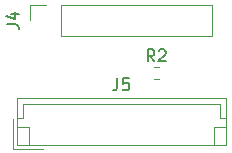
<source format=gbr>
%TF.GenerationSoftware,KiCad,Pcbnew,8.0.3*%
%TF.CreationDate,2024-10-29T19:57:56-07:00*%
%TF.ProjectId,MicPCB,4d696350-4342-42e6-9b69-6361645f7063,rev?*%
%TF.SameCoordinates,Original*%
%TF.FileFunction,Legend,Top*%
%TF.FilePolarity,Positive*%
%FSLAX46Y46*%
G04 Gerber Fmt 4.6, Leading zero omitted, Abs format (unit mm)*
G04 Created by KiCad (PCBNEW 8.0.3) date 2024-10-29 19:57:56*
%MOMM*%
%LPD*%
G01*
G04 APERTURE LIST*
%ADD10C,0.150000*%
%ADD11C,0.120000*%
G04 APERTURE END LIST*
D10*
X168553333Y-94274819D02*
X168220000Y-93798628D01*
X167981905Y-94274819D02*
X167981905Y-93274819D01*
X167981905Y-93274819D02*
X168362857Y-93274819D01*
X168362857Y-93274819D02*
X168458095Y-93322438D01*
X168458095Y-93322438D02*
X168505714Y-93370057D01*
X168505714Y-93370057D02*
X168553333Y-93465295D01*
X168553333Y-93465295D02*
X168553333Y-93608152D01*
X168553333Y-93608152D02*
X168505714Y-93703390D01*
X168505714Y-93703390D02*
X168458095Y-93751009D01*
X168458095Y-93751009D02*
X168362857Y-93798628D01*
X168362857Y-93798628D02*
X167981905Y-93798628D01*
X168934286Y-93370057D02*
X168981905Y-93322438D01*
X168981905Y-93322438D02*
X169077143Y-93274819D01*
X169077143Y-93274819D02*
X169315238Y-93274819D01*
X169315238Y-93274819D02*
X169410476Y-93322438D01*
X169410476Y-93322438D02*
X169458095Y-93370057D01*
X169458095Y-93370057D02*
X169505714Y-93465295D01*
X169505714Y-93465295D02*
X169505714Y-93560533D01*
X169505714Y-93560533D02*
X169458095Y-93703390D01*
X169458095Y-93703390D02*
X168886667Y-94274819D01*
X168886667Y-94274819D02*
X169505714Y-94274819D01*
X165421666Y-95714819D02*
X165421666Y-96429104D01*
X165421666Y-96429104D02*
X165374047Y-96571961D01*
X165374047Y-96571961D02*
X165278809Y-96667200D01*
X165278809Y-96667200D02*
X165135952Y-96714819D01*
X165135952Y-96714819D02*
X165040714Y-96714819D01*
X166374047Y-95714819D02*
X165897857Y-95714819D01*
X165897857Y-95714819D02*
X165850238Y-96191009D01*
X165850238Y-96191009D02*
X165897857Y-96143390D01*
X165897857Y-96143390D02*
X165993095Y-96095771D01*
X165993095Y-96095771D02*
X166231190Y-96095771D01*
X166231190Y-96095771D02*
X166326428Y-96143390D01*
X166326428Y-96143390D02*
X166374047Y-96191009D01*
X166374047Y-96191009D02*
X166421666Y-96286247D01*
X166421666Y-96286247D02*
X166421666Y-96524342D01*
X166421666Y-96524342D02*
X166374047Y-96619580D01*
X166374047Y-96619580D02*
X166326428Y-96667200D01*
X166326428Y-96667200D02*
X166231190Y-96714819D01*
X166231190Y-96714819D02*
X165993095Y-96714819D01*
X165993095Y-96714819D02*
X165897857Y-96667200D01*
X165897857Y-96667200D02*
X165850238Y-96619580D01*
X156069819Y-91138333D02*
X156784104Y-91138333D01*
X156784104Y-91138333D02*
X156926961Y-91185952D01*
X156926961Y-91185952D02*
X157022200Y-91281190D01*
X157022200Y-91281190D02*
X157069819Y-91424047D01*
X157069819Y-91424047D02*
X157069819Y-91519285D01*
X156403152Y-90233571D02*
X157069819Y-90233571D01*
X156022200Y-90471666D02*
X156736485Y-90709761D01*
X156736485Y-90709761D02*
X156736485Y-90090714D01*
D11*
%TO.C,R2*%
X168482742Y-94727500D02*
X168957258Y-94727500D01*
X168482742Y-95772500D02*
X168957258Y-95772500D01*
%TO.C,J5*%
X156595000Y-99170000D02*
X156595000Y-101670000D01*
X156595000Y-101670000D02*
X159095000Y-101670000D01*
X156895000Y-97350000D02*
X156895000Y-101370000D01*
X156895000Y-99060000D02*
X157395000Y-99060000D01*
X156895000Y-99870000D02*
X157895000Y-99870000D01*
X156895000Y-101370000D02*
X174615000Y-101370000D01*
X157395000Y-97850000D02*
X174115000Y-97850000D01*
X157395000Y-99060000D02*
X157395000Y-97850000D01*
X157895000Y-99870000D02*
X157895000Y-101370000D01*
X173615000Y-99870000D02*
X173615000Y-101370000D01*
X174115000Y-97850000D02*
X174115000Y-99060000D01*
X174115000Y-99060000D02*
X174615000Y-99060000D01*
X174615000Y-97350000D02*
X156895000Y-97350000D01*
X174615000Y-99870000D02*
X173615000Y-99870000D01*
X174615000Y-101370000D02*
X174615000Y-97350000D01*
%TO.C,J4*%
X160655000Y-92135000D02*
X173415000Y-92135000D01*
X160655000Y-92135000D02*
X160655000Y-89475000D01*
X173415000Y-92135000D02*
X173415000Y-89475000D01*
X158055000Y-90805000D02*
X158055000Y-89475000D01*
X158055000Y-89475000D02*
X159385000Y-89475000D01*
X160655000Y-89475000D02*
X173415000Y-89475000D01*
%TD*%
M02*

</source>
